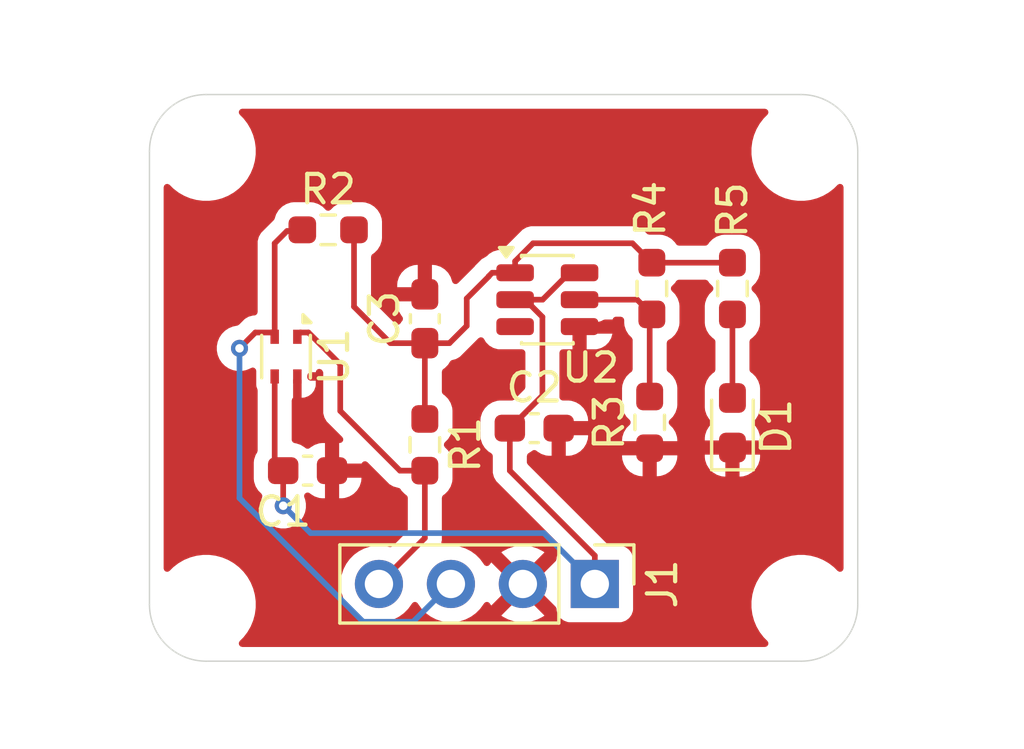
<source format=kicad_pcb>
(kicad_pcb (version 20241229) (generator "pcbnew") (generator_version "9.0")
  (layers (0 "F.Cu" signal) (2 "B.Cu" signal) (13 "F.Paste" user) (15 "B.Paste" user) (5 "F.SilkS" user "F.Silkscreen") (7 "B.SilkS" user "B.Silkscreen") (1 "F.Mask" user) (3 "B.Mask" user) (25 "Edge.Cuts" user))
  (net 0 "")
  (net 2 "SCL")
  (net 3 "SDA")
  (net 4 "Net-(D1-A)")
  (net 5 "GND")
  (net 6 "Net-(U2-FB)")
  (net 7 "VCC")
  (net 8 "+3V3")
  (footprint "Resistor_SMD:R_0603_1608Metric_Pad0.98x0.95mm_HandSolder" (layer "F.Cu") (at 116.1258 40.0705 -90)
    (property "Reference" "R5" (at -2.7686 0.0019 90) (layer "F.SilkS"))
    (property "Value" "680Ω")
    (fp_line (start -0.254724 0.5225) (end 0.254724 0.5225) (stroke (width 0.12)) (layer "F.SilkS"))
    (fp_line (start -0.254724 -0.5225) (end 0.254724 -0.5225) (stroke (width 0.12)) (layer "F.SilkS"))
    (pad "1" smd roundrect (at -0.9125 0 270) (size 0.975 0.95) (layers "F.Cu" "F.Mask" "F.Paste") (net 8 "+3V3"))
    (pad "2" smd roundrect (at 0.9125 0 270) (size 0.975 0.95) (layers "F.Cu" "F.Mask" "F.Paste") (net 4 "Net-(D1-A)"))
  )
  (footprint "Resistor_SMD:R_0603_1608Metric_Pad0.98x0.95mm_HandSolder" (layer "F.Cu") (at 105.2684 45.5859 -90)
    (property "Reference" "R1" (at 0 -1.43 90) (layer "F.SilkS"))
    (property "Value" "10kΩ")
    (fp_line (start -0.254724 0.5225) (end 0.254724 0.5225) (stroke (width 0.12)) (layer "F.SilkS"))
    (fp_line (start -0.254724 -0.5225) (end 0.254724 -0.5225) (stroke (width 0.12)) (layer "F.SilkS"))
    (pad "1" smd roundrect (at -0.9125 0 270) (size 0.975 0.95) (layers "F.Cu" "F.Mask" "F.Paste") (net 8 "+3V3"))
    (pad "2" smd roundrect (at 0.9125 0 270) (size 0.975 0.95) (layers "F.Cu" "F.Mask" "F.Paste") (net 3 "SDA"))
  )
  (footprint "LED_SMD:LED_0603_1608Metric_Pad1.05x0.95mm_HandSolder" (layer "F.Cu") (at 116.1258 44.8082 90)
    (property "Reference" "D1" (at -0.141 1.5494 90) (layer "F.SilkS"))
    (property "Value" "LO Q976-PS-25" (hide yes))
    (fp_line (start 0.8 -0.735) (end -1.66 -0.735) (stroke (width 0.12)) (layer "F.SilkS"))
    (fp_line (start -1.66 -0.735) (end -1.66 0.735) (stroke (width 0.12)) (layer "F.SilkS"))
    (fp_line (start -1.66 0.735) (end 0.8 0.735) (stroke (width 0.12)) (layer "F.SilkS"))
    (pad "1" smd roundrect (at -0.875 0 90) (size 1.05 0.95) (layers "F.Cu" "F.Mask" "F.Paste") (net 5 "GND"))
    (pad "2" smd roundrect (at 0.875 0 90) (size 1.05 0.95) (layers "F.Cu" "F.Mask" "F.Paste") (net 4 "Net-(D1-A)"))
  )
  (footprint "Resistor_SMD:R_0603_1608Metric_Pad0.98x0.95mm_HandSolder" (layer "F.Cu") (at 113.2048 44.7949 90)
    (property "Reference" "R3" (at 0 -1.43 90) (layer "F.SilkS"))
    (property "Value" "365kΩ")
    (fp_line (start -0.254724 -0.5225) (end 0.254724 -0.5225) (stroke (width 0.12)) (layer "F.SilkS"))
    (fp_line (start -0.254724 0.5225) (end 0.254724 0.5225) (stroke (width 0.12)) (layer "F.SilkS"))
    (pad "1" smd roundrect (at -0.9125 0 90) (size 0.975 0.95) (layers "F.Cu" "F.Mask" "F.Paste") (net 5 "GND"))
    (pad "2" smd roundrect (at 0.9125 0 90) (size 0.975 0.95) (layers "F.Cu" "F.Mask" "F.Paste") (net 6 "Net-(U2-FB)"))
  )
  (footprint "Capacitor_SMD:C_0603_1608Metric_Pad1.08x0.95mm_HandSolder" (layer "F.Cu") (at 101.1309 46.4984 180)
    (property "Reference" "C1" (at 0.8625 -1.45 0) (layer "F.SilkS"))
    (property "Value" "100nF")
    (fp_line (start -0.146267 0.51) (end 0.146267 0.51) (stroke (width 0.12)) (layer "F.SilkS"))
    (fp_line (start -0.146267 -0.51) (end 0.146267 -0.51) (stroke (width 0.12)) (layer "F.SilkS"))
    (pad "1" smd roundrect (at -0.8625 0 180) (size 1.075 0.95) (layers "F.Cu" "F.Mask" "F.Paste") (net 5 "GND"))
    (pad "2" smd roundrect (at 0.8625 0 180) (size 1.075 0.95) (layers "F.Cu" "F.Mask" "F.Paste") (net 7 "VCC"))
  )
  (footprint "Sensor_Humidity:Sensirion_DFN-4_1.5x1.5mm_P0.8mm_SHT4x_NoCentralPad" (layer "F.Cu") (at 100.3684 42.4734 -90)
    (property "Reference" "U1" (at 0 -1.7 90) (layer "F.SilkS"))
    (property "Value" "SHT4x")
    (fp_line (start -0.75 0.86) (end 0.75 0.86) (stroke (width 0.12)) (layer "F.SilkS"))
    (fp_line (start -0.75 -0.86) (end 0.75 -0.86) (stroke (width 0.12)) (layer "F.SilkS"))
    (fp_poly (pts (xy -1.2 -0.6) (xy -1.48 -0.6) (xy -1.2 -0.88) (xy -1.2 -0.6)) (stroke (width 0.12)) (fill yes) (layer "F.SilkS"))
    (pad "1" smd rect (at -0.7 -0.4 270) (size 0.5 0.3) (layers "F.Cu" "F.Mask" "F.Paste") (net 3 "SDA"))
    (pad "2" smd rect (at -0.7 0.4 270) (size 0.5 0.3) (layers "F.Cu" "F.Mask" "F.Paste") (net 2 "SCL"))
    (pad "3" smd rect (at 0.7 0.4 270) (size 0.5 0.3) (layers "F.Cu" "F.Mask" "F.Paste") (net 7 "VCC"))
    (pad "4" smd rect (at 0.7 -0.4 270) (size 0.5 0.3) (layers "F.Cu" "F.Mask" "F.Paste") (net 5 "GND"))
    (zone (net 0) (net_name "") (layer "F.Cu") (connect_pads (clearance 0)) (min_thickness 0.254)
      (keepout (tracks not_allowed) (vias not_allowed) (pads allowed) (copperpour not_allowed) (footprints allowed))
      (fill (thermal_gap 0.508) (thermal_bridge_width 0.508))
      (polygon (pts (xy 100.9184 43.2234) (xy 100.9184 42.9234) (xy 100.6184 42.9234) (xy 100.6184 43.2234) (xy 100.1184 43.2234) (xy 100.1184 42.9234) (xy 99.8184 42.9234) (xy 99.8184 43.2234) (xy 99.6184 43.2234) (xy 99.6184 41.7234) (xy 99.8184 41.7234) (xy 99.8184 42.0234) (xy 100.1184 42.0234) (xy 100.1184 41.7234) (xy 100.6184 41.7234) (xy 100.6184 42.0234) (xy 100.9184 42.0234) (xy 100.9184 41.7234) (xy 101.1184 41.7234) (xy 101.1184 43.2234)))
    )
  )
  (footprint "Connector_PinHeader_2.54mm:PinHeader_1x04_P2.54mm_Vertical" (layer "F.Cu") (at 111.2684 50.4984 -90)
    (property "Reference" "J1" (at 0 -2.38 90) (layer "F.SilkS"))
    (property "Value" "Conn_01x04_Pin" (hide yes))
    (fp_line (start -1.38 9) (end 1.38 9) (stroke (width 0.12)) (layer "F.SilkS"))
    (fp_line (start -1.38 1.27) (end -1.38 9) (stroke (width 0.12)) (layer "F.SilkS"))
    (fp_line (start -1.38 1.27) (end 1.38 1.27) (stroke (width 0.12)) (layer "F.SilkS"))
    (fp_line (start 1.38 1.27) (end 1.38 9) (stroke (width 0.12)) (layer "F.SilkS"))
    (fp_line (start -1.38 0) (end -1.38 -1.38) (stroke (width 0.12)) (layer "F.SilkS"))
    (fp_line (start -1.38 -1.38) (end 0 -1.38) (stroke (width 0.12)) (layer "F.SilkS"))
    (pad "1" thru_hole rect (at 0 0 270) (size 1.7 1.7) (drill 1) (layers "*.Cu" "*.Mask") (net 7 "VCC"))
    (pad "2" thru_hole circle (at 0 2.54 270) (size 1.7 1.7) (drill 1) (layers "*.Cu" "*.Mask") (net 5 "GND"))
    (pad "3" thru_hole circle (at 0 5.08 270) (size 1.7 1.7) (drill 1) (layers "*.Cu" "*.Mask") (net 2 "SCL"))
    (pad "4" thru_hole circle (at 0 7.62 270) (size 1.7 1.7) (drill 1) (layers "*.Cu" "*.Mask") (net 3 "SDA"))
  )
  (footprint "MountingHole:MountingHole_3mm" (layer "F.Cu") (at 97.5484 51.2232)
    (property "Reference" "REF**" (hide yes))
    (property "Value" "MountingHole_3mm")
    (pad "" np_thru_hole circle (at 0 0) (size 3 3) (drill 3) (layers "*.Cu" "*.Mask"))
  )
  (footprint "Capacitor_SMD:C_0603_1608Metric_Pad1.08x0.95mm_HandSolder" (layer "F.Cu") (at 109.1309 44.9984)
    (property "Reference" "C2" (at 0 -1.43 0) (layer "F.SilkS"))
    (property "Value" "0.47μF")
    (fp_line (start -0.146267 -0.51) (end 0.146267 -0.51) (stroke (width 0.12)) (layer "F.SilkS"))
    (fp_line (start -0.146267 0.51) (end 0.146267 0.51) (stroke (width 0.12)) (layer "F.SilkS"))
    (pad "1" smd roundrect (at -0.8625 0) (size 1.075 0.95) (layers "F.Cu" "F.Mask" "F.Paste") (net 7 "VCC"))
    (pad "2" smd roundrect (at 0.8625 0) (size 1.075 0.95) (layers "F.Cu" "F.Mask" "F.Paste") (net 5 "GND"))
  )
  (footprint "MountingHole:MountingHole_3mm" (layer "F.Cu") (at 118.5484 51.2232)
    (property "Reference" "REF**" (hide yes))
    (property "Value" "MountingHole_3mm")
    (pad "" np_thru_hole circle (at 0 0) (size 3 3) (drill 3) (layers "*.Cu" "*.Mask"))
  )
  (footprint "Capacitor_SMD:C_0603_1608Metric_Pad1.08x0.95mm_HandSolder" (layer "F.Cu") (at 105.2684 41.1359 90)
    (property "Reference" "C3" (at 0 -1.43 90) (layer "F.SilkS"))
    (property "Value" "0.47μF")
    (fp_line (start -0.146267 -0.51) (end 0.146267 -0.51) (stroke (width 0.12)) (layer "F.SilkS"))
    (fp_line (start -0.146267 0.51) (end 0.146267 0.51) (stroke (width 0.12)) (layer "F.SilkS"))
    (pad "1" smd roundrect (at -0.8625 0 90) (size 1.075 0.95) (layers "F.Cu" "F.Mask" "F.Paste") (net 8 "+3V3"))
    (pad "2" smd roundrect (at 0.8625 0 90) (size 1.075 0.95) (layers "F.Cu" "F.Mask" "F.Paste") (net 5 "GND"))
  )
  (footprint "Package_TO_SOT_SMD:SOT-23-6" (layer "F.Cu") (at 109.5925 40.4636)
    (property "Reference" "U2" (at 1.5295 2.4028 0) (layer "F.SilkS"))
    (property "Value" "ADP3331")
    (fp_line (start -0.91 -1.56) (end 0.91 -1.56) (stroke (width 0.12)) (layer "F.SilkS"))
    (fp_line (start -0.91 -1.51) (end -0.91 -1.56) (stroke (width 0.12)) (layer "F.SilkS"))
    (fp_line (start -0.91 1.56) (end -0.91 1.51) (stroke (width 0.12)) (layer "F.SilkS"))
    (fp_line (start 0.91 -1.56) (end 0.91 -1.51) (stroke (width 0.12)) (layer "F.SilkS"))
    (fp_line (start 0.91 1.51) (end 0.91 1.56) (stroke (width 0.12)) (layer "F.SilkS"))
    (fp_line (start 0.91 1.56) (end -0.91 1.56) (stroke (width 0.12)) (layer "F.SilkS"))
    (fp_poly (pts (xy -1.45 -1.51) (xy -1.69 -1.84) (xy -1.21 -1.84)) (stroke (width 0.12)) (fill yes) (layer "F.SilkS"))
    (pad "1" smd roundrect (at -1.1375 -0.95) (size 1.325 0.6) (layers "F.Cu" "F.Mask" "F.Paste") (net 8 "+3V3"))
    (pad "2" smd roundrect (at -1.1375 0) (size 1.325 0.6) (layers "F.Cu" "F.Mask" "F.Paste") (net 7 "VCC"))
    (pad "3" smd roundrect (at -1.1375 0.95) (size 1.325 0.6) (layers "F.Cu" "F.Mask" "F.Paste"))
    (pad "4" smd roundrect (at 1.1375 0.95) (size 1.325 0.6) (layers "F.Cu" "F.Mask" "F.Paste") (net 5 "GND"))
    (pad "5" smd roundrect (at 1.1375 0) (size 1.325 0.6) (layers "F.Cu" "F.Mask" "F.Paste") (net 6 "Net-(U2-FB)"))
    (pad "6" smd roundrect (at 1.1375 -0.95) (size 1.325 0.6) (layers "F.Cu" "F.Mask" "F.Paste") (net 7 "VCC"))
  )
  (footprint "MountingHole:MountingHole_3mm" (layer "F.Cu") (at 97.5484 35.2232)
    (property "Reference" "REF**" (hide yes))
    (property "Value" "MountingHole_3mm")
    (pad "" np_thru_hole circle (at 0 0) (size 3 3) (drill 3) (layers "*.Cu" "*.Mask"))
  )
  (footprint "Resistor_SMD:R_0603_1608Metric_Pad0.98x0.95mm_HandSolder" (layer "F.Cu") (at 101.8559 37.9984)
    (property "Reference" "R2" (at 0 -1.43 0) (layer "F.SilkS"))
    (property "Value" "10kΩ")
    (fp_line (start -0.254724 -0.5225) (end 0.254724 -0.5225) (stroke (width 0.12)) (layer "F.SilkS"))
    (fp_line (start -0.254724 0.5225) (end 0.254724 0.5225) (stroke (width 0.12)) (layer "F.SilkS"))
    (pad "1" smd roundrect (at -0.9125 0) (size 0.975 0.95) (layers "F.Cu" "F.Mask" "F.Paste") (net 2 "SCL"))
    (pad "2" smd roundrect (at 0.9125 0) (size 0.975 0.95) (layers "F.Cu" "F.Mask" "F.Paste") (net 8 "+3V3"))
  )
  (footprint "Resistor_SMD:R_0603_1608Metric_Pad0.98x0.95mm_HandSolder" (layer "F.Cu") (at 113.281 40.0705 90)
    (property "Reference" "R4" (at 2.8175 -0.0508 90) (layer "F.SilkS"))
    (property "Value" "634kΩ")
    (fp_line (start -0.254724 -0.5225) (end 0.254724 -0.5225) (stroke (width 0.12)) (layer "F.SilkS"))
    (fp_line (start -0.254724 0.5225) (end 0.254724 0.5225) (stroke (width 0.12)) (layer "F.SilkS"))
    (pad "1" smd roundrect (at -0.9125 0 90) (size 0.975 0.95) (layers "F.Cu" "F.Mask" "F.Paste") (net 6 "Net-(U2-FB)"))
    (pad "2" smd roundrect (at 0.9125 0 90) (size 0.975 0.95) (layers "F.Cu" "F.Mask" "F.Paste") (net 8 "+3V3"))
  )
  (footprint "MountingHole:MountingHole_3mm" (layer "F.Cu") (at 118.5484 35.2232)
    (property "Reference" "REF**" (hide yes))
    (property "Value" "MountingHole_3mm")
    (pad "" np_thru_hole circle (at 0 0) (size 3 3) (drill 3) (layers "*.Cu" "*.Mask"))
  )
  (gr_arc (start 118.5484 33.2232) (mid 119.962614 33.808986) (end 120.5484 35.2232) (stroke (width 0.05)) (layer "Edge.Cuts"))
  (gr_line (start 97.5484 33.2232) (end 118.5484 33.2232) (stroke (width 0.05)) (layer "Edge.Cuts"))
  (gr_arc (start 95.5484 35.2232) (mid 96.134186 33.808986) (end 97.5484 33.2232) (stroke (width 0.05)) (layer "Edge.Cuts"))
  (gr_arc (start 97.5484 53.2232) (mid 96.134186 52.637414) (end 95.5484 51.2232) (stroke (width 0.05)) (layer "Edge.Cuts"))
  (gr_arc (start 120.5484 51.2232) (mid 119.962614 52.637414) (end 118.5484 53.2232) (stroke (width 0.05)) (layer "Edge.Cuts"))
  (gr_line (start 120.5484 35.2232) (end 120.5484 51.2232) (stroke (width 0.05)) (layer "Edge.Cuts"))
  (gr_line (start 95.5484 51.2232) (end 95.5484 35.2232) (stroke (width 0.05)) (layer "Edge.Cuts"))
  (gr_line (start 118.5484 53.2232) (end 97.5484 53.2232) (stroke (width 0.05)) (layer "Edge.Cuts"))
  (segment (start 99.285 41.6224) (end 98.7268 42.1806) (width 0.2) (layer "F.Cu") (net 2))
  (segment (start 99.9684 41.6734) (end 99.9684 41.7734) (width 0.2) (layer "F.Cu") (net 2))
  (segment (start 99.9684 38.4752) (end 100.4032 38.0404) (width 0.2) (layer "F.Cu") (net 2))
  (segment (start 99.9684 41.7734) (end 99.9684 38.4752) (width 0.2) (layer "F.Cu") (net 2))
  (segment (start 100.4032 38.0404) (end 100.9014 38.0404) (width 0.2) (layer "F.Cu") (net 2))
  (segment (start 99.860236 41.6224) (end 99.285 41.6224) (width 0.2) (layer "F.Cu") (net 2))
  (segment (start 100.9014 38.0404) (end 100.9434 37.9984) (width 0.2) (layer "F.Cu") (net 2))
  (segment (start 99.9684 41.7734) (end 99.9684 41.730564) (width 0.2) (layer "F.Cu") (net 2))
  (segment (start 99.9434 41.7484) (end 99.9684 41.7734) (width 0.2) (layer "F.Cu") (net 2))
  (segment (start 99.9684 41.730564) (end 99.860236 41.6224) (width 0.2) (layer "F.Cu") (net 2))
  (via (at 98.7268 42.1806) (size 0.6) (drill 0.3) (layers "F.Cu" "B.Cu") (net 2))
  (segment (start 98.7268 47.4696) (end 103.0898 51.8326) (width 0.2) (layer "B.Cu") (net 2))
  (segment (start 98.7268 42.1806) (end 98.7268 47.4696) (width 0.2) (layer "B.Cu") (net 2))
  (segment (start 104.8542 51.8326) (end 106.1884 50.4984) (width 0.2) (layer "B.Cu") (net 2))
  (segment (start 103.0898 51.8326) (end 104.8542 51.8326) (width 0.2) (layer "B.Cu") (net 2))
  (segment (start 104.3908 46.4984) (end 105.2684 46.4984) (width 0.2) (layer "F.Cu") (net 3))
  (segment (start 101.160236 41.6224) (end 102.2828 42.744964) (width 0.2) (layer "F.Cu") (net 3))
  (segment (start 105.2684 48.8784) (end 105.2684 46.4984) (width 0.2) (layer "F.Cu") (net 3))
  (segment (start 103.6484 50.4984) (end 105.2684 48.8784) (width 0.2) (layer "F.Cu") (net 3))
  (segment (start 100.7684 41.7734) (end 100.7684 41.730564) (width 0.2) (layer "F.Cu") (net 3))
  (segment (start 100.7684 41.730564) (end 100.876564 41.6224) (width 0.2) (layer "F.Cu") (net 3))
  (segment (start 100.876564 41.6224) (end 101.160236 41.6224) (width 0.2) (layer "F.Cu") (net 3))
  (segment (start 102.2828 42.744964) (end 102.2828 44.3904) (width 0.2) (layer "F.Cu") (net 3))
  (segment (start 102.2828 44.3904) (end 104.3908 46.4984) (width 0.2) (layer "F.Cu") (net 3))
  (segment (start 116.1258 40.983) (end 116.1258 43.9332) (width 0.2) (layer "F.Cu") (net 4))
  (segment (start 100.7684 43.1734) (end 100.7684 43.9984) (width 0.2) (layer "F.Cu") (net 5))
  (segment (start 101.9934 45.2234) (end 101.9934 46.4984) (width 0.2) (layer "F.Cu") (net 5))
  (segment (start 100.7684 43.9984) (end 101.9934 45.2234) (width 0.2) (layer "F.Cu") (net 5))
  (segment (start 110.73 40.4636) (end 112.7616 40.4636) (width 0.2) (layer "F.Cu") (net 6))
  (segment (start 113.2048 43.8824) (end 113.2048 41.0592) (width 0.2) (layer "F.Cu") (net 6))
  (segment (start 112.7616 40.4636) (end 113.281 40.983) (width 0.2) (layer "F.Cu") (net 6))
  (segment (start 113.2048 41.0592) (end 113.281 40.983) (width 0.2) (layer "F.Cu") (net 6))
  (segment (start 109.425532 40.4636) (end 108.455 40.4636) (width 0.2) (layer "F.Cu") (net 7))
  (segment (start 109.4185 41.072632) (end 109.4185 43.8483) (width 0.2) (layer "F.Cu") (net 7))
  (segment (start 100.2684 47.736) (end 100.2702 47.7378) (width 0.2) (layer "F.Cu") (net 7))
  (segment (start 108.455 40.4636) (end 108.809468 40.4636) (width 0.2) (layer "F.Cu") (net 7))
  (segment (start 100.2684 46.4984) (end 100.2684 47.736) (width 0.2) (layer "F.Cu") (net 7))
  (segment (start 108.2684 46.4984) (end 108.2684 44.9984) (width 0.2) (layer "F.Cu") (net 7))
  (segment (start 100.2684 46.4984) (end 99.9684 46.1984) (width 0.2) (layer "F.Cu") (net 7))
  (segment (start 99.9684 46.1984) (end 99.9684 43.1734) (width 0.2) (layer "F.Cu") (net 7))
  (segment (start 110.73 39.5136) (end 110.375532 39.5136) (width 0.2) (layer "F.Cu") (net 7))
  (segment (start 111.2684 50.4984) (end 111.2684 49.4984) (width 0.2) (layer "F.Cu") (net 7))
  (segment (start 108.809468 40.4636) (end 109.4185 41.072632) (width 0.2) (layer "F.Cu") (net 7))
  (segment (start 109.4185 43.8483) (end 108.2684 44.9984) (width 0.2) (layer "F.Cu") (net 7))
  (segment (start 111.2684 49.4984) (end 108.2684 46.4984) (width 0.2) (layer "F.Cu") (net 7))
  (segment (start 110.375532 39.5136) (end 109.425532 40.4636) (width 0.2) (layer "F.Cu") (net 7))
  (via (at 100.2702 47.7378) (size 0.6) (drill 0.3) (layers "F.Cu" "B.Cu") (net 7))
  (segment (start 101.2354 48.703) (end 109.473 48.703) (width 0.2) (layer "B.Cu") (net 7))
  (segment (start 109.473 48.703) (end 111.2684 50.4984) (width 0.2) (layer "B.Cu") (net 7))
  (segment (start 100.2702 47.7378) (end 101.2354 48.703) (width 0.2) (layer "B.Cu") (net 7))
  (segment (start 106.1366 41.9984) (end 106.7472 41.3878) (width 0.2) (layer "F.Cu") (net 8))
  (segment (start 106.7472 41.3878) (end 106.7472 40.4226) (width 0.2) (layer "F.Cu") (net 8))
  (segment (start 105.2684 41.9984) (end 104.0558 41.9984) (width 0.2) (layer "F.Cu") (net 8))
  (segment (start 109.09 38.4722) (end 112.5952 38.4722) (width 0.2) (layer "F.Cu") (net 8))
  (segment (start 108.455 39.1072) (end 109.09 38.4722) (width 0.2) (layer "F.Cu") (net 8))
  (segment (start 107.524132 39.645668) (end 107.524132 39.6352) (width 0.2) (layer "F.Cu") (net 8))
  (segment (start 104.0558 41.9984) (end 102.7684 40.711) (width 0.2) (layer "F.Cu") (net 8))
  (segment (start 105.2684 44.6734) (end 105.2684 41.9984) (width 0.2) (layer "F.Cu") (net 8))
  (segment (start 107.524132 39.6352) (end 107.645732 39.5136) (width 0.2) (layer "F.Cu") (net 8))
  (segment (start 108.455 39.5136) (end 108.455 39.1072) (width 0.2) (layer "F.Cu") (net 8))
  (segment (start 105.2684 41.9984) (end 106.1366 41.9984) (width 0.2) (layer "F.Cu") (net 8))
  (segment (start 106.7472 40.4226) (end 107.524132 39.645668) (width 0.2) (layer "F.Cu") (net 8))
  (segment (start 116.1258 39.158) (end 113.281 39.158) (width 0.2) (layer "F.Cu") (net 8))
  (segment (start 112.5952 38.4722) (end 113.281 39.158) (width 0.2) (layer "F.Cu") (net 8))
  (segment (start 107.645732 39.5136) (end 108.455 39.5136) (width 0.2) (layer "F.Cu") (net 8))
  (segment (start 102.7684 40.711) (end 102.7684 37.9984) (width 0.2) (layer "F.Cu") (net 8))
  (zone (net 5) (net_name "GND") (layer "F.Cu") (connect_pads (clearance 0.5)) (min_thickness 0.25) (fill yes (thermal_gap 0.5) (thermal_bridge_width 0.5))
    (polygon (pts (xy 95 32.5) (xy 95 54.5) (xy 121 54.5) (xy 121 32)))
  )
)
</source>
